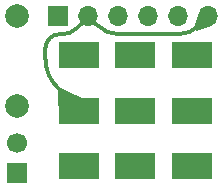
<source format=gbl>
%TF.GenerationSoftware,KiCad,Pcbnew,7.0.2*%
%TF.CreationDate,2023-07-27T03:21:22-04:00*%
%TF.ProjectId,hellerune-switchy,68656c6c-6572-4756-9e65-2d7377697463,1.0*%
%TF.SameCoordinates,Original*%
%TF.FileFunction,Copper,L2,Bot*%
%TF.FilePolarity,Positive*%
%FSLAX46Y46*%
G04 Gerber Fmt 4.6, Leading zero omitted, Abs format (unit mm)*
G04 Created by KiCad (PCBNEW 7.0.2) date 2023-07-27 03:21:22*
%MOMM*%
%LPD*%
G01*
G04 APERTURE LIST*
%TA.AperFunction,ComponentPad*%
%ADD10C,1.700000*%
%TD*%
%TA.AperFunction,ComponentPad*%
%ADD11R,1.700000X1.700000*%
%TD*%
%TA.AperFunction,ComponentPad*%
%ADD12O,1.700000X1.700000*%
%TD*%
%TA.AperFunction,ComponentPad*%
%ADD13C,2.000000*%
%TD*%
%TA.AperFunction,ComponentPad*%
%ADD14R,3.500000X2.250000*%
%TD*%
%TA.AperFunction,Conductor*%
%ADD15C,0.350000*%
%TD*%
G04 APERTURE END LIST*
D10*
X140000000Y-102750000D03*
D11*
X140000000Y-105290000D03*
X143500000Y-92000000D03*
D12*
X146040000Y-92000000D03*
X148580000Y-92000000D03*
X151120000Y-92000000D03*
X153660000Y-92000000D03*
X156200000Y-92000000D03*
D13*
X140000000Y-99560000D03*
X140000000Y-91940000D03*
D14*
X145200000Y-95300000D03*
X145200000Y-100000000D03*
X145200000Y-104700000D03*
X150000000Y-95300000D03*
X150000000Y-100000000D03*
X150000000Y-104700000D03*
X154800000Y-95300000D03*
X154800000Y-100000000D03*
X154800000Y-104700000D03*
D15*
X145129289Y-99729289D02*
X143389949Y-97989949D01*
X143594974Y-93500000D02*
X143820000Y-93500000D01*
X153639339Y-93500000D02*
X148600660Y-93500000D01*
X145200000Y-99900000D02*
X145200000Y-100000000D01*
X142400000Y-94694974D02*
X142400000Y-95600000D01*
X155450000Y-92750000D02*
X156200000Y-92000000D01*
X145289999Y-92749999D02*
X145049116Y-92990883D01*
X146790012Y-92749988D02*
G75*
G03*
X148600660Y-93500000I1810688J1810688D01*
G01*
X153639339Y-93500016D02*
G75*
G03*
X155450000Y-92750000I-39J2560716D01*
G01*
X142400001Y-95600000D02*
G75*
G03*
X143389949Y-97989949I3379899J0D01*
G01*
X145200006Y-99900000D02*
G75*
G03*
X145129289Y-99729289I-241406J0D01*
G01*
X146790001Y-92749999D02*
G75*
G03*
X145289999Y-92749999I-750001J-750001D01*
G01*
X143594974Y-93499990D02*
G75*
G03*
X142750000Y-93850000I26J-1195010D01*
G01*
X142750007Y-93850007D02*
G75*
G03*
X142400000Y-94694974I844993J-844993D01*
G01*
X143820000Y-93500009D02*
G75*
G03*
X145049116Y-92990883I0J1738209D01*
G01*
%TA.AperFunction,Conductor*%
G36*
X155426103Y-91679429D02*
G01*
X156196372Y-91997643D01*
X156202710Y-92003970D01*
X156202720Y-92003992D01*
X156520426Y-92773540D01*
X156520415Y-92782495D01*
X156514076Y-92788820D01*
X156513158Y-92789154D01*
X155160068Y-93219590D01*
X155151145Y-93218833D01*
X155146389Y-93214291D01*
X154978785Y-92923999D01*
X154977617Y-92915123D01*
X154977874Y-92914288D01*
X155410602Y-91686352D01*
X155416583Y-91679690D01*
X155425525Y-91679208D01*
X155426103Y-91679429D01*
G37*
%TD.AperFunction*%
%TA.AperFunction,Conductor*%
G36*
X143698999Y-98047464D02*
G01*
X144241354Y-98291637D01*
X145527777Y-98870795D01*
X145533914Y-98877316D01*
X145534184Y-98884814D01*
X145203949Y-99989855D01*
X145198297Y-99996801D01*
X145189755Y-99997818D01*
X143458672Y-99541168D01*
X143451547Y-99535745D01*
X143449957Y-99529914D01*
X143444172Y-98296512D01*
X143447559Y-98288227D01*
X143685926Y-98049860D01*
X143694198Y-98046434D01*
X143698999Y-98047464D01*
G37*
%TD.AperFunction*%
M02*

</source>
